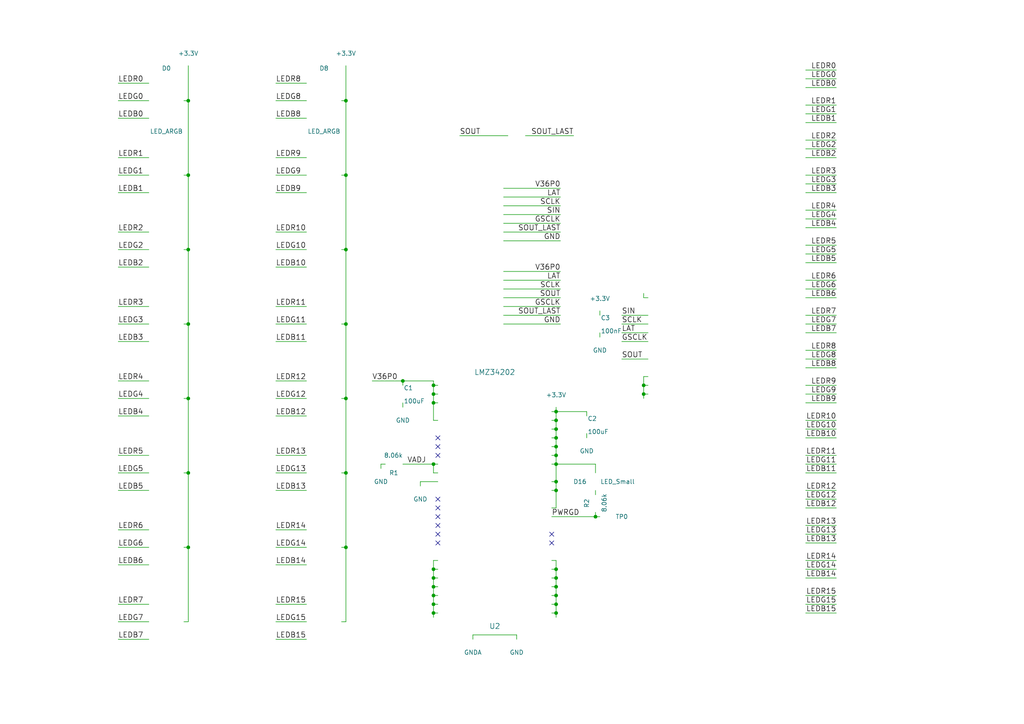
<source format=kicad_sch>
(kicad_sch (version 20230121) (generator eeschema)
  (paper "A4")
  (lib_symbols)
  (junction (at 125.73 134.62))
  (junction (at 125.73 170.18))
  (junction (at 100.33 29.21))
  (junction (at 161.29 127))
  (junction (at 161.29 165.1))
  (junction (at 186.69 114.3))
  (junction (at 54.61 29.21))
  (junction (at 125.73 172.72))
  (junction (at 100.33 115.57))
  (junction (at 161.29 142.24))
  (junction (at 125.73 177.8))
  (junction (at 100.33 72.39))
  (junction (at 161.29 121.92))
  (junction (at 186.69 111.76))
  (junction (at 161.29 177.8))
  (junction (at 54.61 115.57))
  (junction (at 54.61 158.75))
  (junction (at 100.33 93.98))
  (junction (at 125.73 165.1))
  (junction (at 125.73 167.64))
  (junction (at 161.29 167.64))
  (junction (at 161.29 175.26))
  (junction (at 161.29 139.7))
  (junction (at 161.29 170.18))
  (junction (at 100.33 158.75))
  (junction (at 161.29 119.38))
  (junction (at 161.29 124.46))
  (junction (at 125.73 116.84))
  (junction (at 125.73 111.76))
  (junction (at 125.73 114.3))
  (junction (at 54.61 93.98))
  (junction (at 116.84 110.49))
  (junction (at 161.29 132.08))
  (junction (at 161.29 134.62))
  (junction (at 54.61 72.39))
  (junction (at 161.29 129.54))
  (junction (at 100.33 50.8))
  (junction (at 54.61 137.16))
  (junction (at 54.61 50.8))
  (junction (at 125.73 175.26))
  (junction (at 172.72 149.86))
  (junction (at 161.29 172.72))
  (junction (at 100.33 137.16))
  (no_connect (at 127 132.08))
  (no_connect (at 127 154.94))
  (no_connect (at 127 157.48))
  (no_connect (at 160.02 154.94))
  (no_connect (at 127 127))
  (no_connect (at 160.02 157.48))
  (no_connect (at 127 149.86))
  (no_connect (at 127 152.4))
  (no_connect (at 127 144.78))
  (no_connect (at 127 147.32))
  (no_connect (at 127 129.54))
  (wire (pts (xy 187.96 86.36) (xy 186.69 86.36)))
  (wire (pts (xy 160.02 119.38) (xy 161.29 119.38)))
  (wire (pts (xy 100.33 137.16) (xy 99.06 137.16)))
  (wire (pts (xy 233.68 81.28) (xy 242.57 81.28)))
  (wire (pts (xy 161.29 167.64) (xy 161.29 170.18)))
  (wire (pts (xy 233.68 55.88) (xy 242.57 55.88)))
  (wire (pts (xy 88.9 115.57) (xy 80.01 115.57)))
  (wire (pts (xy 54.61 50.8) (xy 54.61 72.39)))
  (wire (pts (xy 233.68 124.46) (xy 242.57 124.46)))
  (wire (pts (xy 233.68 33.02) (xy 242.57 33.02)))
  (wire (pts (xy 137.16 185.42) (xy 137.16 184.15)))
  (wire (pts (xy 233.68 116.84) (xy 242.57 116.84)))
  (wire (pts (xy 111.76 134.62) (xy 110.49 134.62)))
  (wire (pts (xy 88.9 67.31) (xy 80.01 67.31)))
  (wire (pts (xy 88.9 93.98) (xy 80.01 93.98)))
  (wire (pts (xy 233.68 175.26) (xy 242.57 175.26)))
  (wire (pts (xy 127 165.1) (xy 125.73 165.1)))
  (wire (pts (xy 88.9 163.83) (xy 80.01 163.83)))
  (wire (pts (xy 172.72 148.59) (xy 172.72 149.86)))
  (wire (pts (xy 172.72 143.51) (xy 172.72 142.24)))
  (wire (pts (xy 146.05 78.74) (xy 162.56 78.74)))
  (wire (pts (xy 88.9 185.42) (xy 80.01 185.42)))
  (wire (pts (xy 54.61 72.39) (xy 54.61 93.98)))
  (wire (pts (xy 160.02 129.54) (xy 161.29 129.54)))
  (wire (pts (xy 186.69 114.3) (xy 186.69 115.57)))
  (wire (pts (xy 186.69 86.36) (xy 186.69 85.09)))
  (wire (pts (xy 160.02 121.92) (xy 161.29 121.92)))
  (wire (pts (xy 53.34 115.57) (xy 54.61 115.57)))
  (wire (pts (xy 233.68 121.92) (xy 242.57 121.92)))
  (wire (pts (xy 125.73 162.56) (xy 125.73 165.1)))
  (wire (pts (xy 43.18 153.67) (xy 34.29 153.67)))
  (wire (pts (xy 161.29 172.72) (xy 161.29 175.26)))
  (wire (pts (xy 161.29 132.08) (xy 161.29 134.62)))
  (wire (pts (xy 162.56 67.31) (xy 146.05 67.31)))
  (wire (pts (xy 233.68 111.76) (xy 242.57 111.76)))
  (wire (pts (xy 88.9 153.67) (xy 80.01 153.67)))
  (wire (pts (xy 233.68 104.14) (xy 242.57 104.14)))
  (wire (pts (xy 100.33 72.39) (xy 99.06 72.39)))
  (wire (pts (xy 161.29 139.7) (xy 160.02 139.7)))
  (wire (pts (xy 88.9 110.49) (xy 80.01 110.49)))
  (wire (pts (xy 100.33 137.16) (xy 100.33 158.75)))
  (wire (pts (xy 161.29 119.38) (xy 170.18 119.38)))
  (wire (pts (xy 233.68 132.08) (xy 242.57 132.08)))
  (wire (pts (xy 146.05 83.82) (xy 162.56 83.82)))
  (wire (pts (xy 88.9 24.13) (xy 80.01 24.13)))
  (wire (pts (xy 160.02 124.46) (xy 161.29 124.46)))
  (wire (pts (xy 88.9 55.88) (xy 80.01 55.88)))
  (wire (pts (xy 100.33 29.21) (xy 100.33 50.8)))
  (wire (pts (xy 54.61 93.98) (xy 54.61 115.57)))
  (wire (pts (xy 170.18 125.73) (xy 170.18 127)))
  (wire (pts (xy 127 172.72) (xy 125.73 172.72)))
  (wire (pts (xy 54.61 19.05) (xy 54.61 29.21)))
  (wire (pts (xy 127 111.76) (xy 125.73 111.76)))
  (wire (pts (xy 88.9 158.75) (xy 80.01 158.75)))
  (wire (pts (xy 110.49 134.62) (xy 110.49 135.89)))
  (wire (pts (xy 233.68 45.72) (xy 242.57 45.72)))
  (wire (pts (xy 88.9 142.24) (xy 80.01 142.24)))
  (wire (pts (xy 137.16 184.15) (xy 149.86 184.15)))
  (wire (pts (xy 53.34 93.98) (xy 54.61 93.98)))
  (wire (pts (xy 54.61 115.57) (xy 54.61 137.16)))
  (wire (pts (xy 233.68 22.86) (xy 242.57 22.86)))
  (wire (pts (xy 43.18 137.16) (xy 34.29 137.16)))
  (wire (pts (xy 161.29 147.32) (xy 160.02 147.32)))
  (wire (pts (xy 160.02 127) (xy 161.29 127)))
  (wire (pts (xy 233.68 91.44) (xy 242.57 91.44)))
  (wire (pts (xy 161.29 134.62) (xy 172.72 134.62)))
  (wire (pts (xy 146.05 57.15) (xy 162.56 57.15)))
  (wire (pts (xy 233.68 20.32) (xy 242.57 20.32)))
  (wire (pts (xy 233.68 93.98) (xy 242.57 93.98)))
  (wire (pts (xy 233.68 66.04) (xy 242.57 66.04)))
  (wire (pts (xy 43.18 50.8) (xy 34.29 50.8)))
  (wire (pts (xy 161.29 124.46) (xy 161.29 127)))
  (wire (pts (xy 233.68 154.94) (xy 242.57 154.94)))
  (wire (pts (xy 88.9 175.26) (xy 80.01 175.26)))
  (wire (pts (xy 186.69 114.3) (xy 187.96 114.3)))
  (wire (pts (xy 172.72 134.62) (xy 172.72 137.16)))
  (wire (pts (xy 127 175.26) (xy 125.73 175.26)))
  (wire (pts (xy 160.02 134.62) (xy 161.29 134.62)))
  (wire (pts (xy 172.72 149.86) (xy 173.99 149.86)))
  (wire (pts (xy 233.68 101.6) (xy 242.57 101.6)))
  (wire (pts (xy 43.18 67.31) (xy 34.29 67.31)))
  (wire (pts (xy 233.68 50.8) (xy 242.57 50.8)))
  (wire (pts (xy 116.84 134.62) (xy 125.73 134.62)))
  (wire (pts (xy 43.18 99.06) (xy 34.29 99.06)))
  (wire (pts (xy 160.02 149.86) (xy 172.72 149.86)))
  (wire (pts (xy 43.18 93.98) (xy 34.29 93.98)))
  (wire (pts (xy 233.68 71.12) (xy 242.57 71.12)))
  (wire (pts (xy 88.9 180.34) (xy 80.01 180.34)))
  (wire (pts (xy 125.73 167.64) (xy 125.73 170.18)))
  (wire (pts (xy 233.68 73.66) (xy 242.57 73.66)))
  (wire (pts (xy 187.96 99.06) (xy 180.34 99.06)))
  (wire (pts (xy 233.68 167.64) (xy 242.57 167.64)))
  (wire (pts (xy 43.18 24.13) (xy 34.29 24.13)))
  (wire (pts (xy 187.96 109.22) (xy 186.69 109.22)))
  (wire (pts (xy 43.18 158.75) (xy 34.29 158.75)))
  (wire (pts (xy 152.4 39.37) (xy 166.37 39.37)))
  (wire (pts (xy 161.29 142.24) (xy 160.02 142.24)))
  (wire (pts (xy 162.56 91.44) (xy 146.05 91.44)))
  (wire (pts (xy 100.33 29.21) (xy 99.06 29.21)))
  (wire (pts (xy 100.33 19.05) (xy 100.33 29.21)))
  (wire (pts (xy 88.9 34.29) (xy 80.01 34.29)))
  (wire (pts (xy 100.33 158.75) (xy 99.06 158.75)))
  (wire (pts (xy 233.68 177.8) (xy 242.57 177.8)))
  (wire (pts (xy 233.68 30.48) (xy 242.57 30.48)))
  (wire (pts (xy 161.29 142.24) (xy 161.29 147.32)))
  (wire (pts (xy 161.29 177.8) (xy 161.29 179.07)))
  (wire (pts (xy 161.29 162.56) (xy 161.29 165.1)))
  (wire (pts (xy 88.9 29.21) (xy 80.01 29.21)))
  (wire (pts (xy 233.68 60.96) (xy 242.57 60.96)))
  (wire (pts (xy 125.73 116.84) (xy 127 116.84)))
  (wire (pts (xy 125.73 110.49) (xy 125.73 111.76)))
  (wire (pts (xy 53.34 50.8) (xy 54.61 50.8)))
  (wire (pts (xy 160.02 175.26) (xy 161.29 175.26)))
  (wire (pts (xy 146.05 81.28) (xy 162.56 81.28)))
  (wire (pts (xy 88.9 120.65) (xy 80.01 120.65)))
  (wire (pts (xy 100.33 93.98) (xy 100.33 115.57)))
  (wire (pts (xy 43.18 175.26) (xy 34.29 175.26)))
  (wire (pts (xy 146.05 64.77) (xy 162.56 64.77)))
  (wire (pts (xy 161.29 177.8) (xy 160.02 177.8)))
  (wire (pts (xy 43.18 120.65) (xy 34.29 120.65)))
  (wire (pts (xy 146.05 54.61) (xy 162.56 54.61)))
  (wire (pts (xy 146.05 88.9) (xy 162.56 88.9)))
  (wire (pts (xy 53.34 29.21) (xy 54.61 29.21)))
  (wire (pts (xy 147.32 39.37) (xy 133.35 39.37)))
  (wire (pts (xy 170.18 119.38) (xy 170.18 120.65)))
  (wire (pts (xy 127 114.3) (xy 125.73 114.3)))
  (wire (pts (xy 161.29 139.7) (xy 161.29 142.24)))
  (wire (pts (xy 100.33 50.8) (xy 100.33 72.39)))
  (wire (pts (xy 53.34 158.75) (xy 54.61 158.75)))
  (wire (pts (xy 43.18 142.24) (xy 34.29 142.24)))
  (wire (pts (xy 233.68 86.36) (xy 242.57 86.36)))
  (wire (pts (xy 88.9 72.39) (xy 80.01 72.39)))
  (wire (pts (xy 43.18 34.29) (xy 34.29 34.29)))
  (wire (pts (xy 88.9 88.9) (xy 80.01 88.9)))
  (wire (pts (xy 125.73 137.16) (xy 125.73 134.62)))
  (wire (pts (xy 43.18 132.08) (xy 34.29 132.08)))
  (wire (pts (xy 173.99 96.52) (xy 173.99 97.79)))
  (wire (pts (xy 161.29 172.72) (xy 160.02 172.72)))
  (wire (pts (xy 43.18 115.57) (xy 34.29 115.57)))
  (wire (pts (xy 160.02 162.56) (xy 161.29 162.56)))
  (wire (pts (xy 149.86 184.15) (xy 149.86 185.42)))
  (wire (pts (xy 121.92 139.7) (xy 127 139.7)))
  (wire (pts (xy 127 162.56) (xy 125.73 162.56)))
  (wire (pts (xy 146.05 93.98) (xy 162.56 93.98)))
  (wire (pts (xy 121.92 139.7) (xy 121.92 140.97)))
  (wire (pts (xy 100.33 158.75) (xy 100.33 180.34)))
  (wire (pts (xy 54.61 158.75) (xy 54.61 180.34)))
  (wire (pts (xy 161.29 119.38) (xy 161.29 121.92)))
  (wire (pts (xy 233.68 162.56) (xy 242.57 162.56)))
  (wire (pts (xy 100.33 115.57) (xy 99.06 115.57)))
  (wire (pts (xy 233.68 53.34) (xy 242.57 53.34)))
  (wire (pts (xy 233.68 40.64) (xy 242.57 40.64)))
  (wire (pts (xy 161.29 127) (xy 161.29 129.54)))
  (wire (pts (xy 125.73 175.26) (xy 125.73 177.8)))
  (wire (pts (xy 186.69 109.22) (xy 186.69 111.76)))
  (wire (pts (xy 233.68 144.78) (xy 242.57 144.78)))
  (wire (pts (xy 233.68 127) (xy 242.57 127)))
  (wire (pts (xy 100.33 115.57) (xy 100.33 137.16)))
  (wire (pts (xy 54.61 29.21) (xy 54.61 50.8)))
  (wire (pts (xy 43.18 45.72) (xy 34.29 45.72)))
  (wire (pts (xy 125.73 172.72) (xy 125.73 175.26)))
  (wire (pts (xy 161.29 129.54) (xy 161.29 132.08)))
  (wire (pts (xy 127 167.64) (xy 125.73 167.64)))
  (wire (pts (xy 233.68 43.18) (xy 242.57 43.18)))
  (wire (pts (xy 160.02 167.64) (xy 161.29 167.64)))
  (wire (pts (xy 116.84 116.84) (xy 116.84 118.11)))
  (wire (pts (xy 43.18 77.47) (xy 34.29 77.47)))
  (wire (pts (xy 54.61 137.16) (xy 54.61 158.75)))
  (wire (pts (xy 233.68 83.82) (xy 242.57 83.82)))
  (wire (pts (xy 146.05 59.69) (xy 162.56 59.69)))
  (wire (pts (xy 54.61 180.34) (xy 53.34 180.34)))
  (wire (pts (xy 233.68 165.1) (xy 242.57 165.1)))
  (wire (pts (xy 43.18 163.83) (xy 34.29 163.83)))
  (wire (pts (xy 187.96 104.14) (xy 180.34 104.14)))
  (wire (pts (xy 233.68 106.68) (xy 242.57 106.68)))
  (wire (pts (xy 43.18 110.49) (xy 34.29 110.49)))
  (wire (pts (xy 88.9 50.8) (xy 80.01 50.8)))
  (wire (pts (xy 125.73 177.8) (xy 127 177.8)))
  (wire (pts (xy 116.84 110.49) (xy 125.73 110.49)))
  (wire (pts (xy 43.18 185.42) (xy 34.29 185.42)))
  (wire (pts (xy 233.68 114.3) (xy 242.57 114.3)))
  (wire (pts (xy 100.33 50.8) (xy 99.06 50.8)))
  (wire (pts (xy 160.02 132.08) (xy 161.29 132.08)))
  (wire (pts (xy 161.29 165.1) (xy 161.29 167.64)))
  (wire (pts (xy 107.95 110.49) (xy 116.84 110.49)))
  (wire (pts (xy 162.56 62.23) (xy 146.05 62.23)))
  (wire (pts (xy 233.68 25.4) (xy 242.57 25.4)))
  (wire (pts (xy 43.18 72.39) (xy 34.29 72.39)))
  (wire (pts (xy 186.69 111.76) (xy 186.69 114.3)))
  (wire (pts (xy 43.18 29.21) (xy 34.29 29.21)))
  (wire (pts (xy 125.73 114.3) (xy 125.73 116.84)))
  (wire (pts (xy 125.73 177.8) (xy 125.73 179.07)))
  (wire (pts (xy 233.68 142.24) (xy 242.57 142.24)))
  (wire (pts (xy 116.84 111.76) (xy 116.84 110.49)))
  (wire (pts (xy 233.68 137.16) (xy 242.57 137.16)))
  (wire (pts (xy 125.73 170.18) (xy 125.73 172.72)))
  (wire (pts (xy 125.73 165.1) (xy 125.73 167.64)))
  (wire (pts (xy 187.96 93.98) (xy 180.34 93.98)))
  (wire (pts (xy 88.9 45.72) (xy 80.01 45.72)))
  (wire (pts (xy 100.33 180.34) (xy 99.06 180.34)))
  (wire (pts (xy 161.29 118.11) (xy 161.29 119.38)))
  (wire (pts (xy 161.29 121.92) (xy 161.29 124.46)))
  (wire (pts (xy 125.73 121.92) (xy 127 121.92)))
  (wire (pts (xy 88.9 99.06) (xy 80.01 99.06)))
  (wire (pts (xy 100.33 93.98) (xy 99.06 93.98)))
  (wire (pts (xy 233.68 172.72) (xy 242.57 172.72)))
  (wire (pts (xy 88.9 77.47) (xy 80.01 77.47)))
  (wire (pts (xy 233.68 134.62) (xy 242.57 134.62)))
  (wire (pts (xy 125.73 116.84) (xy 125.73 121.92)))
  (wire (pts (xy 88.9 137.16) (xy 80.01 137.16)))
  (wire (pts (xy 233.68 157.48) (xy 242.57 157.48)))
  (wire (pts (xy 161.29 134.62) (xy 161.29 139.7)))
  (wire (pts (xy 127 137.16) (xy 125.73 137.16)))
  (wire (pts (xy 233.68 96.52) (xy 242.57 96.52)))
  (wire (pts (xy 161.29 170.18) (xy 161.29 172.72)))
  (wire (pts (xy 53.34 72.39) (xy 54.61 72.39)))
  (wire (pts (xy 125.73 134.62) (xy 127 134.62)))
  (wire (pts (xy 233.68 152.4) (xy 242.57 152.4)))
  (wire (pts (xy 127 170.18) (xy 125.73 170.18)))
  (wire (pts (xy 43.18 55.88) (xy 34.29 55.88)))
  (wire (pts (xy 233.68 63.5) (xy 242.57 63.5)))
  (wire (pts (xy 187.96 96.52) (xy 180.34 96.52)))
  (wire (pts (xy 161.29 175.26) (xy 161.29 177.8)))
  (wire (pts (xy 187.96 91.44) (xy 180.34 91.44)))
  (wire (pts (xy 160.02 165.1) (xy 161.29 165.1)))
  (wire (pts (xy 43.18 180.34) (xy 34.29 180.34)))
  (wire (pts (xy 43.18 88.9) (xy 34.29 88.9)))
  (wire (pts (xy 160.02 170.18) (xy 161.29 170.18)))
  (wire (pts (xy 187.96 111.76) (xy 186.69 111.76)))
  (wire (pts (xy 100.33 72.39) (xy 100.33 93.98)))
  (wire (pts (xy 162.56 86.36) (xy 146.05 86.36)))
  (wire (pts (xy 146.05 69.85) (xy 162.56 69.85)))
  (wire (pts (xy 53.34 137.16) (xy 54.61 137.16)))
  (wire (pts (xy 233.68 35.56) (xy 242.57 35.56)))
  (wire (pts (xy 233.68 147.32) (xy 242.57 147.32)))
  (wire (pts (xy 173.99 90.17) (xy 173.99 91.44)))
  (wire (pts (xy 233.68 76.2) (xy 242.57 76.2)))
  (wire (pts (xy 88.9 132.08) (xy 80.01 132.08)))
  (wire (pts (xy 125.73 111.76) (xy 125.73 114.3)))
  (label "LEDG7" (at 242.57 93.98 180) (effects (font (size 1.524 1.524))))
  (label "LEDG9" (at 242.57 114.3 180) (effects (font (size 1.524 1.524))))
  (label "LEDB1" (at 242.57 35.56 180) (effects (font (size 1.524 1.524))))
  (label "SIN" (at 162.56 62.23 180) (effects (font (size 1.524 1.524))))
  (label "LEDB0" (at 242.57 25.4 180) (effects (font (size 1.524 1.524))))
  (label "SOUT_LAST" (at 162.56 67.31 180) (effects (font (size 1.524 1.524))))
  (label "LEDR13" (at 80.01 132.08 0) (effects (font (size 1.524 1.524))))
  (label "LEDB12" (at 242.57 147.32 180) (effects (font (size 1.524 1.524))))
  (label "LEDB5" (at 34.29 142.24 0) (effects (font (size 1.524 1.524))))
  (label "LEDG3" (at 34.29 93.98 0) (effects (font (size 1.524 1.524))))
  (label "LEDR8" (at 80.01 24.13 0) (effects (font (size 1.524 1.524))))
  (label "GND" (at 162.56 69.85 180) (effects (font (size 1.524 1.524))))
  (label "LEDG5" (at 242.57 73.66 180) (effects (font (size 1.524 1.524))))
  (label "LEDR15" (at 242.57 172.72 180) (effects (font (size 1.524 1.524))))
  (label "LEDG13" (at 242.57 154.94 180) (effects (font (size 1.524 1.524))))
  (label "LEDG10" (at 80.01 72.39 0) (effects (font (size 1.524 1.524))))
  (label "LEDB4" (at 34.29 120.65 0) (effects (font (size 1.524 1.524))))
  (label "LEDR4" (at 242.57 60.96 180) (effects (font (size 1.524 1.524))))
  (label "LEDG0" (at 34.29 29.21 0) (effects (font (size 1.524 1.524))))
  (label "LEDG0" (at 242.57 22.86 180) (effects (font (size 1.524 1.524))))
  (label "LEDR9" (at 80.01 45.72 0) (effects (font (size 1.524 1.524))))
  (label "LEDG7" (at 34.29 180.34 0) (effects (font (size 1.524 1.524))))
  (label "LEDR2" (at 34.29 67.31 0) (effects (font (size 1.524 1.524))))
  (label "LEDG11" (at 242.57 134.62 180) (effects (font (size 1.524 1.524))))
  (label "V36P0" (at 162.56 54.61 180) (effects (font (size 1.524 1.524))))
  (label "LEDB14" (at 242.57 167.64 180) (effects (font (size 1.524 1.524))))
  (label "LEDB9" (at 242.57 116.84 180) (effects (font (size 1.524 1.524))))
  (label "LEDB4" (at 242.57 66.04 180) (effects (font (size 1.524 1.524))))
  (label "LAT" (at 180.34 96.52 0) (effects (font (size 1.524 1.524))))
  (label "LEDG4" (at 242.57 63.5 180) (effects (font (size 1.524 1.524))))
  (label "LEDG6" (at 242.57 83.82 180) (effects (font (size 1.524 1.524))))
  (label "LEDB1" (at 34.29 55.88 0) (effects (font (size 1.524 1.524))))
  (label "LEDB8" (at 242.57 106.68 180) (effects (font (size 1.524 1.524))))
  (label "SOUT_LAST" (at 162.56 91.44 180) (effects (font (size 1.524 1.524))))
  (label "GSCLK" (at 180.34 99.06 0) (effects (font (size 1.524 1.524))))
  (label "LEDR1" (at 242.57 30.48 180) (effects (font (size 1.524 1.524))))
  (label "LEDR3" (at 242.57 50.8 180) (effects (font (size 1.524 1.524))))
  (label "LEDG10" (at 242.57 124.46 180) (effects (font (size 1.524 1.524))))
  (label "LEDG4" (at 34.29 115.57 0) (effects (font (size 1.524 1.524))))
  (label "LEDB6" (at 242.57 86.36 180) (effects (font (size 1.524 1.524))))
  (label "LEDG5" (at 34.29 137.16 0) (effects (font (size 1.524 1.524))))
  (label "SOUT" (at 180.34 104.14 0) (effects (font (size 1.524 1.524))))
  (label "LEDR1" (at 34.29 45.72 0) (effects (font (size 1.524 1.524))))
  (label "GSCLK" (at 162.56 64.77 180) (effects (font (size 1.524 1.524))))
  (label "LEDR12" (at 242.57 142.24 180) (effects (font (size 1.524 1.524))))
  (label "LEDB11" (at 242.57 137.16 180) (effects (font (size 1.524 1.524))))
  (label "LEDR4" (at 34.29 110.49 0) (effects (font (size 1.524 1.524))))
  (label "LEDR13" (at 242.57 152.4 180) (effects (font (size 1.524 1.524))))
  (label "LEDR12" (at 80.01 110.49 0) (effects (font (size 1.524 1.524))))
  (label "LEDB2" (at 242.57 45.72 180) (effects (font (size 1.524 1.524))))
  (label "LEDG1" (at 242.57 33.02 180) (effects (font (size 1.524 1.524))))
  (label "GND" (at 162.56 93.98 180) (effects (font (size 1.524 1.524))))
  (label "LEDB13" (at 80.01 142.24 0) (effects (font (size 1.524 1.524))))
  (label "SCLK" (at 162.56 83.82 180) (effects (font (size 1.524 1.524))))
  (label "PWRGD" (at 160.02 149.86 0) (effects (font (size 1.524 1.524))))
  (label "LEDG11" (at 80.01 93.98 0) (effects (font (size 1.524 1.524))))
  (label "VADJ" (at 118.11 134.62 0) (effects (font (size 1.524 1.524))))
  (label "SOUT_LAST" (at 166.37 39.37 180) (effects (font (size 1.524 1.524))))
  (label "LEDB15" (at 242.57 177.8 180) (effects (font (size 1.524 1.524))))
  (label "LEDB3" (at 34.29 99.06 0) (effects (font (size 1.524 1.524))))
  (label "LEDR15" (at 80.01 175.26 0) (effects (font (size 1.524 1.524))))
  (label "LEDG12" (at 242.57 144.78 180) (effects (font (size 1.524 1.524))))
  (label "LEDR11" (at 80.01 88.9 0) (effects (font (size 1.524 1.524))))
  (label "LEDR8" (at 242.57 101.6 180) (effects (font (size 1.524 1.524))))
  (label "LEDB15" (at 80.01 185.42 0) (effects (font (size 1.524 1.524))))
  (label "LEDR3" (at 34.29 88.9 0) (effects (font (size 1.524 1.524))))
  (label "LEDB0" (at 34.29 34.29 0) (effects (font (size 1.524 1.524))))
  (label "GSCLK" (at 162.56 88.9 180) (effects (font (size 1.524 1.524))))
  (label "SOUT" (at 133.35 39.37 0) (effects (font (size 1.524 1.524))))
  (label "LEDG1" (at 34.29 50.8 0) (effects (font (size 1.524 1.524))))
  (label "LEDB9" (at 80.01 55.88 0) (effects (font (size 1.524 1.524))))
  (label "LEDB6" (at 34.29 163.83 0) (effects (font (size 1.524 1.524))))
  (label "LAT" (at 162.56 81.28 180) (effects (font (size 1.524 1.524))))
  (label "LEDR5" (at 34.29 132.08 0) (effects (font (size 1.524 1.524))))
  (label "LEDB12" (at 80.01 120.65 0) (effects (font (size 1.524 1.524))))
  (label "LEDB8" (at 80.01 34.29 0) (effects (font (size 1.524 1.524))))
  (label "LEDG8" (at 80.01 29.21 0) (effects (font (size 1.524 1.524))))
  (label "LEDB2" (at 34.29 77.47 0) (effects (font (size 1.524 1.524))))
  (label "LEDR9" (at 242.57 111.76 180) (effects (font (size 1.524 1.524))))
  (label "LEDB10" (at 80.01 77.47 0) (effects (font (size 1.524 1.524))))
  (label "SCLK" (at 180.34 93.98 0) (effects (font (size 1.524 1.524))))
  (label "LEDB5" (at 242.57 76.2 180) (effects (font (size 1.524 1.524))))
  (label "LEDB14" (at 80.01 163.83 0) (effects (font (size 1.524 1.524))))
  (label "LEDG14" (at 80.01 158.75 0) (effects (font (size 1.524 1.524))))
  (label "LEDR7" (at 34.29 175.26 0) (effects (font (size 1.524 1.524))))
  (label "V36P0" (at 162.56 78.74 180) (effects (font (size 1.524 1.524))))
  (label "LEDR6" (at 34.29 153.67 0) (effects (font (size 1.524 1.524))))
  (label "LEDR10" (at 242.57 121.92 180) (effects (font (size 1.524 1.524))))
  (label "SCLK" (at 162.56 59.69 180) (effects (font (size 1.524 1.524))))
  (label "LEDB13" (at 242.57 157.48 180) (effects (font (size 1.524 1.524))))
  (label "LEDG14" (at 242.57 165.1 180) (effects (font (size 1.524 1.524))))
  (label "SIN" (at 180.34 91.44 0) (effects (font (size 1.524 1.524))))
  (label "LEDG12" (at 80.01 115.57 0) (effects (font (size 1.524 1.524))))
  (label "LEDG2" (at 242.57 43.18 180) (effects (font (size 1.524 1.524))))
  (label "LEDG6" (at 34.29 158.75 0) (effects (font (size 1.524 1.524))))
  (label "LEDB10" (at 242.57 127 180) (effects (font (size 1.524 1.524))))
  (label "LEDR7" (at 242.57 91.44 180) (effects (font (size 1.524 1.524))))
  (label "SOUT" (at 162.56 86.36 180) (effects (font (size 1.524 1.524))))
  (label "LEDR14" (at 80.01 153.67 0) (effects (font (size 1.524 1.524))))
  (label "LEDB7" (at 34.29 185.42 0) (effects (font (size 1.524 1.524))))
  (label "LEDG15" (at 80.01 180.34 0) (effects (font (size 1.524 1.524))))
  (label "LEDG3" (at 242.57 53.34 180) (effects (font (size 1.524 1.524))))
  (label "LEDB7" (at 242.57 96.52 180) (effects (font (size 1.524 1.524))))
  (label "LEDB11" (at 80.01 99.06 0) (effects (font (size 1.524 1.524))))
  (label "LAT" (at 162.56 57.15 180) (effects (font (size 1.524 1.524))))
  (label "LEDG13" (at 80.01 137.16 0) (effects (font (size 1.524 1.524))))
  (label "LEDR14" (at 242.57 162.56 180) (effects (font (size 1.524 1.524))))
  (label "LEDG8" (at 242.57 104.14 180) (effects (font (size 1.524 1.524))))
  (label "LEDG2" (at 34.29 72.39 0) (effects (font (size 1.524 1.524))))
  (label "LEDG15" (at 242.57 175.26 180) (effects (font (size 1.524 1.524))))
  (label "LEDB3" (at 242.57 55.88 180) (effects (font (size 1.524 1.524))))
  (label "LEDR6" (at 242.57 81.28 180) (effects (font (size 1.524 1.524))))
  (label "LEDR0" (at 34.29 24.13 0) (effects (font (size 1.524 1.524))))
  (label "LEDR11" (at 242.57 132.08 180) (effects (font (size 1.524 1.524))))
  (label "LEDR10" (at 80.01 67.31 0) (effects (font (size 1.524 1.524))))
  (label "LEDG9" (at 80.01 50.8 0) (effects (font (size 1.524 1.524))))
  (label "V36P0" (at 107.95 110.49 0) (effects (font (size 1.524 1.524))))
  (label "LEDR0" (at 242.57 20.32 180) (effects (font (size 1.524 1.524))))
  (label "LEDR2" (at 242.57 40.64 180) (effects (font (size 1.524 1.524))))
  (label "LEDR5" (at 242.57 71.12 180) (effects (font (size 1.524 1.524))))
  (symbol (lib_id "LED_ARGB") (at 48.26 29.21 0) (unit 1)
    (property "Reference" "D0" (at 48.26 19.812 0))
    (property "Value" "LED_ARGB" (at 48.26 38.1 0))
    (property "Footprint" "NQBit:LED_HSMF-C114" (effects hide))
  )
  (symbol (lib_id "LED_ARGB") (at 48.26 50.8 0) (unit 1)
    (property "Reference" "D1" (at 48.26 41.402 0))
    (property "Value" "LED_ARGB" (at 48.26 59.69 0))
    (property "Footprint" "NQBit:LED_HSMF-C114" (effects hide))
  )
  (symbol (lib_id "LED_ARGB") (at 48.26 72.39 0) (unit 1)
    (property "Reference" "D2" (at 48.26 62.992 0))
    (property "Value" "LED_ARGB" (at 48.26 81.28 0))
    (property "Footprint" "NQBit:LED_HSMF-C114" (effects hide))
  )
  (symbol (lib_id "LED_ARGB") (at 48.26 93.98 0) (unit 1)
    (property "Reference" "D3" (at 48.26 84.582 0))
    (property "Value" "LED_ARGB" (at 48.26 102.87 0))
    (property "Footprint" "NQBit:LED_HSMF-C114" (effects hide))
  )
  (symbol (lib_id "LED_ARGB") (at 48.26 115.57 0) (unit 1)
    (property "Reference" "D4" (at 48.26 106.172 0))
    (property "Value" "LED_ARGB" (at 48.26 124.46 0))
    (property "Footprint" "NQBit:LED_HSMF-C114" (effects hide))
  )
  (symbol (lib_id "LED_ARGB") (at 48.26 137.16 0) (unit 1)
    (property "Reference" "D5" (at 48.26 127.762 0))
    (property "Value" "LED_ARGB" (at 48.26 146.05 0))
    (property "Footprint" "NQBit:LED_HSMF-C114" (effects hide))
  )
  (symbol (lib_id "LED_ARGB") (at 48.26 158.75 0) (unit 1)
    (property "Reference" "D6" (at 48.26 149.352 0))
    (property "Value" "LED_ARGB" (at 48.26 167.64 0))
    (property "Footprint" "NQBit:LED_HSMF-C114" (effects hide))
  )
  (symbol (lib_id "LED_ARGB") (at 48.26 180.34 0) (unit 1)
    (property "Reference" "D7" (at 48.26 170.942 0))
    (property "Value" "LED_ARGB" (at 48.26 189.23 0))
    (property "Footprint" "NQBit:LED_HSMF-C114" (effects hide))
  )
  (symbol (lib_id "LED_ARGB") (at 93.98 29.21 0) (unit 1)
    (property "Reference" "D8" (at 93.98 19.812 0))
    (property "Value" "LED_ARGB" (at 93.98 38.1 0))
    (property "Footprint" "NQBit:LED_HSMF-C114" (effects hide))
  )
  (symbol (lib_id "LED_ARGB") (at 93.98 50.8 0) (unit 1)
    (property "Reference" "D9" (at 93.98 41.402 0))
    (property "Value" "LED_ARGB" (at 93.98 59.69 0))
    (property "Footprint" "NQBit:LED_HSMF-C114" (effects hide))
  )
  (symbol (lib_id "LED_ARGB") (at 93.98 72.39 0) (unit 1)
    (property "Reference" "D10" (at 93.98 62.992 0))
    (property "Value" "LED_ARGB" (at 93.98 81.28 0))
    (property "Footprint" "NQBit:LED_HSMF-C114" (effects hide))
  )
  (symbol (lib_id "LED_ARGB") (at 93.98 93.98 0) (unit 1)
    (property "Reference" "D11" (at 93.98 84.582 0))
    (property "Value" "LED_ARGB" (at 93.98 102.87 0))
    (property "Footprint" "NQBit:LED_HSMF-C114" (effects hide))
  )
  (symbol (lib_id "LED_ARGB") (at 93.98 115.57 0) (unit 1)
    (property "Reference" "D12" (at 93.98 106.172 0))
    (property "Value" "LED_ARGB" (at 93.98 124.46 0))
    (property "Footprint" "NQBit:LED_HSMF-C114" (effects hide))
  )
  (symbol (lib_id "LED_ARGB") (at 93.98 137.16 0) (unit 1)
    (property "Reference" "D13" (at 93.98 127.762 0))
    (property "Value" "LED_ARGB" (at 93.98 146.05 0))
    (property "Footprint" "NQBit:LED_HSMF-C114" (effects hide))
  )
  (symbol (lib_id "LED_ARGB") (at 93.98 158.75 0) (unit 1)
    (property "Reference" "D14" (at 93.98 149.352 0))
    (property "Value" "LED_ARGB" (at 93.98 167.64 0))
    (property "Footprint" "NQBit:LED_HSMF-C114" (effects hide))
  )
  (symbol (lib_id "LED_ARGB") (at 93.98 180.34 0) (unit 1)
    (property "Reference" "D15" (at 93.98 170.942 0))
    (property "Value" "LED_ARGB" (at 93.98 189.23 0))
    (property "Footprint" "NQBit:LED_HSMF-C114" (effects hide))
  )
  (symbol (lib_id "TLC5955") (at 210.82 99.06 0) (unit 1)
    (property "Reference" "U1" (at 210.82 181.61 0) (effects (font (size 1.524 1.524))))
    (property "Value" "TLC5955" (at 210.82 16.51 0) (effects (font (size 1.524 1.524))))
    (property "Footprint" "NQBit:QFN-56-1EP_7x7mm_Pitch0.5mm" (effects hide))
  )
  (symbol (lib_id "+3.3V") (at 54.61 19.05 0) (unit 1)
    (property "Reference" "#PWR01" (effects hide))
    (property "Value" "+3.3V" (at 54.61 15.494 0))
  )
  (symbol (lib_id "+3.3V") (at 100.33 19.05 0) (unit 1)
    (property "Reference" "#PWR02" (effects hide))
    (property "Value" "+3.3V" (at 100.33 15.494 0))
  )
  (symbol (lib_id "+3.3V") (at 186.69 85.09 0) (unit 1)
    (property "Reference" "#PWR03" (effects hide))
    (property "Value" "+3.3V" (at 186.69 81.534 0))
  )
  (symbol (lib_id "GND") (at 186.69 115.57 0) (unit 1)
    (property "Reference" "#PWR04" (effects hide))
    (property "Value" "GND" (at 186.69 119.38 0))
  )
  (symbol (lib_id "Conn_01x07") (at 140.97 62.23 180) (unit 1)
    (property "Reference" "J1" (at 140.97 72.39 0))
    (property "Value" "Conn_01x07" (at 140.97 52.07 0))
    (property "Footprint" "Pin_Headers:Pin_Header_Straight_1x07_Pitch1.27mm" (effects hide))
  )
  (symbol (lib_id "Conn_01x07") (at 140.97 86.36 180) (unit 1)
    (property "Reference" "J2" (at 140.97 96.52 0))
    (property "Value" "Conn_01x07" (at 140.97 76.2 0))
    (property "Footprint" "Pin_Headers:Pin_Header_Straight_1x07_Pitch1.27mm" (effects hide))
  )
  (symbol (lib_id "LMZ34202") (at 143.51 129.54 0) (unit 1)
    (property "Reference" "U2" (at 143.51 181.61 0) (effects (font (size 1.524 1.524))))
    (property "Value" "LMZ34202" (at 143.51 107.95 0) (effects (font (size 1.524 1.524))))
    (property "Footprint" "NQBit:43-BQFN-10mmx10mm" (effects hide))
  )
  (symbol (lib_id "+3.3V") (at 161.29 118.11 0) (unit 1)
    (property "Reference" "#PWR05" (effects hide))
    (property "Value" "+3.3V" (at 161.29 114.554 0))
  )
  (symbol (lib_id "GNDA") (at 125.73 179.07 0) (unit 1)
    (property "Reference" "#PWR06" (effects hide))
    (property "Value" "GNDA" (at 125.73 182.88 0))
  )
  (symbol (lib_id "GND") (at 161.29 179.07 0) (unit 1)
    (property "Reference" "#PWR07" (effects hide))
    (property "Value" "GND" (at 161.29 182.88 0))
  )
  (symbol (lib_id "Jumper_NC_Small") (at 149.86 39.37 0) (unit 1)
    (property "Reference" "JP1" (at 149.86 37.338 0))
    (property "Value" "Jumper_NC_Small" (at 150.114 40.894 0))
    (property "Footprint" "Resistors_SMD:R_0402_NoSilk" (effects hide))
  )
  (symbol (lib_id "R_Small") (at 114.3 134.62 90) (unit 1)
    (property "Reference" "R1" (at 115.57 137.16 90) (effects (justify left)))
    (property "Value" "8.06k" (at 116.84 132.08 90) (effects (justify left)))
    (property "Footprint" "Resistors_SMD:R_0402_NoSilk" (effects hide))
  )
  (symbol (lib_id "GND") (at 110.49 135.89 0) (unit 1)
    (property "Reference" "#PWR08" (effects hide))
    (property "Value" "GND" (at 110.49 139.7 0))
  )
  (symbol (lib_id "GND") (at 121.92 140.97 0) (unit 1)
    (property "Reference" "#PWR09" (effects hide))
    (property "Value" "GND" (at 121.92 144.78 0))
  )
  (symbol (lib_id "C_Small") (at 116.84 114.3 0) (unit 1)
    (property "Reference" "C1" (at 117.094 112.522 0) (effects (justify left)))
    (property "Value" "100uF" (at 117.094 116.332 0) (effects (justify left)))
    (property "Footprint" "Capacitors_SMD:C_1210_HandSoldering" (effects hide))
  )
  (symbol (lib_id "GND") (at 116.84 118.11 0) (unit 1)
    (property "Reference" "#PWR010" (effects hide))
    (property "Value" "GND" (at 116.84 121.92 0))
  )
  (symbol (lib_id "C_Small") (at 170.18 123.19 0) (unit 1)
    (property "Reference" "C2" (at 170.434 121.412 0) (effects (justify left)))
    (property "Value" "100uF" (at 170.434 125.222 0) (effects (justify left)))
    (property "Footprint" "Capacitors_SMD:C_1210_HandSoldering" (effects hide))
  )
  (symbol (lib_id "GND") (at 170.18 127 0) (unit 1)
    (property "Reference" "#PWR011" (effects hide))
    (property "Value" "GND" (at 170.18 130.81 0))
  )
  (symbol (lib_id "GNDA") (at 137.16 185.42 0) (unit 1)
    (property "Reference" "#PWR012" (effects hide))
    (property "Value" "GNDA" (at 137.16 189.23 0))
  )
  (symbol (lib_id "GND") (at 149.86 185.42 0) (unit 1)
    (property "Reference" "#PWR013" (effects hide))
    (property "Value" "GND" (at 149.86 189.23 0))
  )
  (symbol (lib_id "TEST_1P") (at 173.99 149.86 270) (unit 1)
    (property "Reference" "TP0" (at 180.34 149.86 90))
    (property "Value" "PWRGD" (effects hide))
    (property "Footprint" "NQBit:TEST_POINT_0.5mm" (effects hide))
  )
  (symbol (lib_id "C_Small") (at 173.99 93.98 0) (unit 1)
    (property "Reference" "C3" (at 174.244 92.202 0) (effects (justify left)))
    (property "Value" "100nF" (at 174.244 96.012 0) (effects (justify left)))
    (property "Footprint" "Capacitors_SMD:C_0805_HandSoldering" (effects hide))
  )
  (symbol (lib_id "GND") (at 173.99 97.79 0) (unit 1)
    (property "Reference" "#PWR014" (effects hide))
    (property "Value" "GND" (at 173.99 101.6 0))
  )
  (symbol (lib_id "+3.3V") (at 173.99 90.17 0) (unit 1)
    (property "Reference" "#PWR015" (effects hide))
    (property "Value" "+3.3V" (at 173.99 86.614 0))
  )
  (symbol (lib_id "LED_Small") (at 172.72 139.7 90) (unit 1)
    (property "Reference" "D16" (at 170.18 139.7 90) (effects (justify left)))
    (property "Value" "LED_Small" (at 184.15 139.7 90) (effects (justify left)))
    (property "Footprint" "LEDs:LED_0603" (effects hide))
  )
  (symbol (lib_id "R_Small") (at 172.72 146.05 0) (unit 1)
    (property "Reference" "R2" (at 170.18 147.32 90) (effects (justify left)))
    (property "Value" "8.06k" (at 175.26 148.59 90) (effects (justify left)))
    (property "Footprint" "Resistors_SMD:R_0402_NoSilk" (effects hide))
  )
)
</source>
